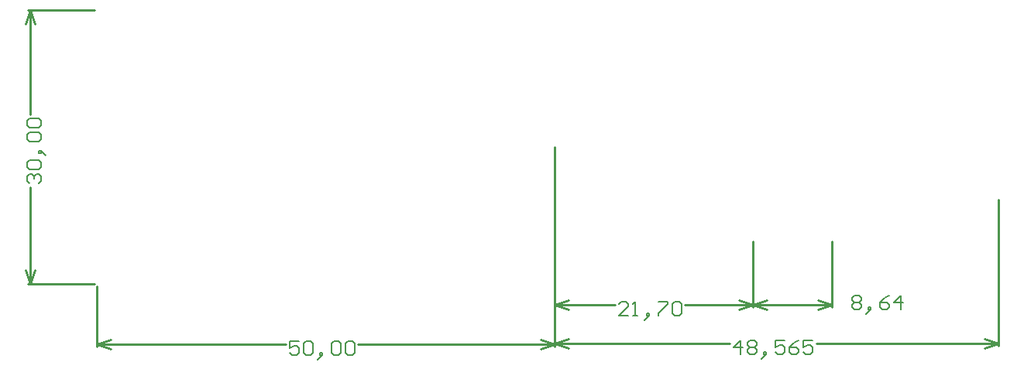
<source format=gbr>
%TF.GenerationSoftware,Altium Limited,Altium Designer,22.7.1 (60)*%
G04 Layer_Color=32768*
%FSLAX43Y43*%
%MOMM*%
%TF.SameCoordinates,440D4EDA-C43D-4E66-B479-6B8574177269*%
%TF.FilePolarity,Positive*%
%TF.FileFunction,Other,Top_Dims*%
%TF.Part,Single*%
G01*
G75*
%TA.AperFunction,NonConductor*%
%ADD49C,0.254*%
%ADD58C,0.152*%
D49*
X71705Y-2250D02*
X73229Y-1742D01*
X71705Y-2250D02*
X73229Y-2758D01*
X78821D02*
X80345Y-2250D01*
X78821Y-1742D02*
X80345Y-2250D01*
X71705D02*
X76025D01*
X80345D01*
X71705Y-2504D02*
Y4692D01*
X80345Y-2504D02*
Y4692D01*
X50000Y-2250D02*
X51524Y-1742D01*
X50000Y-2250D02*
X51524Y-2758D01*
X70181D02*
X71705Y-2250D01*
X70181Y-1742D02*
X71705Y-2250D01*
X50000D02*
X56612D01*
X64280D02*
X71705D01*
X50000Y-2504D02*
Y15000D01*
X71705Y-2504D02*
Y4692D01*
X-7808Y1524D02*
X-7300Y0D01*
X-6792Y1524D01*
X-7300Y30000D02*
X-6792Y28476D01*
X-7808D02*
X-7300Y30000D01*
Y0D02*
Y10632D01*
Y18555D02*
Y30000D01*
X-7554Y0D02*
X-254D01*
X-7554Y30000D02*
X-254D01*
X50000Y-6475D02*
X51524Y-5967D01*
X50000Y-6475D02*
X51524Y-6983D01*
X97041D02*
X98565Y-6475D01*
X97041Y-5967D02*
X98565Y-6475D01*
X50000D02*
X69153D01*
X78599D02*
X98565D01*
X50000Y-6729D02*
Y9246D01*
X98565Y-6729D02*
Y9246D01*
X0Y-6575D02*
X1524Y-6067D01*
X0Y-6575D02*
X1524Y-7083D01*
X48476D02*
X50000Y-6575D01*
X48476Y-6067D02*
X50000Y-6575D01*
X0D02*
X20632D01*
X28555D02*
X50000D01*
X0Y-6829D02*
Y-254D01*
X50000Y-6829D02*
Y9246D01*
D58*
X82502Y-1495D02*
X82756Y-1241D01*
X83264D01*
X83518Y-1495D01*
Y-1749D01*
X83264Y-2003D01*
X83518Y-2257D01*
Y-2511D01*
X83264Y-2765D01*
X82756D01*
X82502Y-2511D01*
Y-2257D01*
X82756Y-2003D01*
X82502Y-1749D01*
Y-1495D01*
X82756Y-2003D02*
X83264D01*
X84280Y-3019D02*
X84534Y-2765D01*
Y-2511D01*
X84280D01*
Y-2765D01*
X84534D01*
X84280Y-3019D01*
X84026Y-3273D01*
X86565Y-1241D02*
X86057Y-1495D01*
X85549Y-2003D01*
Y-2511D01*
X85803Y-2765D01*
X86311D01*
X86565Y-2511D01*
Y-2257D01*
X86311Y-2003D01*
X85549D01*
X87835Y-2765D02*
Y-1241D01*
X87073Y-2003D01*
X88089D01*
X58034Y-3418D02*
X57018D01*
X58034Y-2402D01*
Y-2148D01*
X57780Y-1895D01*
X57272D01*
X57018Y-2148D01*
X58542Y-3418D02*
X59050D01*
X58796D01*
Y-1895D01*
X58542Y-2148D01*
X60065Y-3672D02*
X60319Y-3418D01*
Y-3164D01*
X60065D01*
Y-3418D01*
X60319D01*
X60065Y-3672D01*
X59811Y-3926D01*
X61335Y-1895D02*
X62350D01*
Y-2148D01*
X61335Y-3164D01*
Y-3418D01*
X62858Y-2148D02*
X63112Y-1895D01*
X63620D01*
X63874Y-2148D01*
Y-3164D01*
X63620Y-3418D01*
X63112D01*
X62858Y-3164D01*
Y-2148D01*
X-7402Y11039D02*
X-7655Y11293D01*
Y11800D01*
X-7402Y12054D01*
X-7148D01*
X-6894Y11800D01*
Y11547D01*
Y11800D01*
X-6640Y12054D01*
X-6386D01*
X-6132Y11800D01*
Y11293D01*
X-6386Y11039D01*
X-7402Y12562D02*
X-7655Y12816D01*
Y13324D01*
X-7402Y13578D01*
X-6386D01*
X-6132Y13324D01*
Y12816D01*
X-6386Y12562D01*
X-7402D01*
X-5878Y14340D02*
X-6132Y14594D01*
X-6386D01*
Y14340D01*
X-6132D01*
Y14594D01*
X-5878Y14340D01*
X-5624Y14086D01*
X-7402Y15609D02*
X-7655Y15863D01*
Y16371D01*
X-7402Y16625D01*
X-6386D01*
X-6132Y16371D01*
Y15863D01*
X-6386Y15609D01*
X-7402D01*
Y17133D02*
X-7655Y17387D01*
Y17895D01*
X-7402Y18148D01*
X-6386D01*
X-6132Y17895D01*
Y17387D01*
X-6386Y17133D01*
X-7402D01*
X70321Y-7643D02*
Y-6120D01*
X69560Y-6881D01*
X70575D01*
X71083Y-6373D02*
X71337Y-6120D01*
X71845D01*
X72099Y-6373D01*
Y-6627D01*
X71845Y-6881D01*
X72099Y-7135D01*
Y-7389D01*
X71845Y-7643D01*
X71337D01*
X71083Y-7389D01*
Y-7135D01*
X71337Y-6881D01*
X71083Y-6627D01*
Y-6373D01*
X71337Y-6881D02*
X71845D01*
X72860Y-7897D02*
X73114Y-7643D01*
Y-7389D01*
X72860D01*
Y-7643D01*
X73114D01*
X72860Y-7897D01*
X72607Y-8151D01*
X75146Y-6120D02*
X74130D01*
Y-6881D01*
X74638Y-6627D01*
X74892D01*
X75146Y-6881D01*
Y-7389D01*
X74892Y-7643D01*
X74384D01*
X74130Y-7389D01*
X76669Y-6120D02*
X76161Y-6373D01*
X75654Y-6881D01*
Y-7389D01*
X75907Y-7643D01*
X76415D01*
X76669Y-7389D01*
Y-7135D01*
X76415Y-6881D01*
X75654D01*
X78193Y-6120D02*
X77177D01*
Y-6881D01*
X77685Y-6627D01*
X77939D01*
X78193Y-6881D01*
Y-7389D01*
X77939Y-7643D01*
X77431D01*
X77177Y-7389D01*
X22054Y-6220D02*
X21039D01*
Y-6981D01*
X21547Y-6727D01*
X21801D01*
X22054Y-6981D01*
Y-7489D01*
X21801Y-7743D01*
X21293D01*
X21039Y-7489D01*
X22562Y-6473D02*
X22816Y-6220D01*
X23324D01*
X23578Y-6473D01*
Y-7489D01*
X23324Y-7743D01*
X22816D01*
X22562Y-7489D01*
Y-6473D01*
X24340Y-7997D02*
X24594Y-7743D01*
Y-7489D01*
X24340D01*
Y-7743D01*
X24594D01*
X24340Y-7997D01*
X24086Y-8251D01*
X25609Y-6473D02*
X25863Y-6220D01*
X26371D01*
X26625Y-6473D01*
Y-7489D01*
X26371Y-7743D01*
X25863D01*
X25609Y-7489D01*
Y-6473D01*
X27133D02*
X27387Y-6220D01*
X27895D01*
X28148Y-6473D01*
Y-7489D01*
X27895Y-7743D01*
X27387D01*
X27133Y-7489D01*
Y-6473D01*
%TF.MD5,f05166e63a7d2665a4475d948b2e058a*%
M02*

</source>
